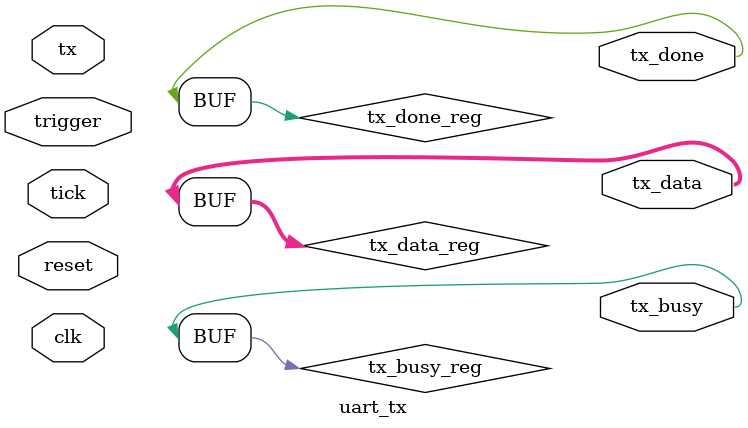
<source format=v>
`timescale 1ns / 1ps

module uart(
    input clk,
    input reset,
    input rx,
    output rx_done,
    output rx_data
    /*
    output tx,
    output tx_done,
    output [7:0]tx_data,
    output tx_busy*/
);

    wire w_tick;
    //,rx_done;

    clk_baud u_clk_baud(
    .clk(clk),
    .reset(reset),
    .tick(w_tick)
);

    uart_short uart_short(
    .clk(clk),
    .reset(reset),
    .rx(rx),
    .tick(w_tick),
    .rx_done(rx_done),
    .rx_data(rx_data)
);


/*
    uart_tx u_uart_tx(
        .clk(clk),
        .reset(reset),
        .tick(wtick),
        .tx(tx),
        .trigger(rx_done), // connect with rx_done
        .tx_done(tx_done),  //connect witch pc
        .tx_data(tx_data),
        .tx_busy(tx_busy)
    );
*/

endmodule

module clk_baud (
    input clk,
    input reset,
    output reg tick
);
    localparam BAUD_COUNT = (100_000_000)/9600/16;
    reg [$clog2(BAUD_COUNT)-1:0] div_counter;

    always @(posedge clk, posedge reset) begin
        if (reset) begin
            div_counter <= 0;
            tick <= 1'b0;
        end else begin
                if (div_counter == BAUD_COUNT - 1) begin
                    div_counter <= 0;
                    tick <= 1'b1;
                end else begin
                    div_counter <= div_counter + 1;
                    tick <= 1'b0;
                end
            end
        end
endmodule


module uart_short (
    input clk,
    input reset,
    input tick,
    input rx,
    output rx_done,
    output [7:0] rx_data
);
    
    localparam IDLE = 0, START = 1, DATA = 2, STOP = 3;
    reg [1:0] state, next;
    reg rx_done_reg, rx_done_next;
    reg [2:0] bit_count_reg, bit_count_next;
    reg [5:0] tick_count_reg, tick_count_next; 
    reg [7:0] rx_data_reg, rx_data_next;

    assign rx_done = rx_done_reg;
    assign rx_data = rx_data_reg;

    always @(posedge clk, posedge reset) begin
        if (reset) begin
            state <= 0;
            rx_done_reg <= 0;
            bit_count_reg <= 0;
            tick_count_reg <= 0;
            rx_data_reg <= 0;
        end
        else begin
            state <= next;
            rx_done_reg <= rx_done_next;
            bit_count_reg <= bit_count_next;
            tick_count_reg <= tick_count_next;
            rx_data_reg <= rx_data_next;
        end
    end

    always @(*) begin
        next = state;
        rx_done_next = rx_done_reg;
        bit_count_next = bit_count_reg;
        tick_count_next = tick_count_reg;
        rx_data_next = rx_data_reg;
        case (state)
            IDLE: begin
                tick_count_next = 0;
                bit_count_next = 0;
                rx_done_next = 1'b0;
                if (rx == 0) begin
                    next = START;
                end
            end  
            START: begin
                if(tick) begin
                    if(tick_count_reg == 7) begin
                        next = DATA;
                        tick_count_next = 0;
                    end
                    else begin
                        tick_count_next = tick_count_reg + 1;
                    end
                end            
            end  
            DATA: begin
                if (tick) begin
                    rx_data_next[bit_count_reg] = rx;
                    if(tick_count_reg == 15) begin
                        tick_count_next = 0;
                        if (bit_count_reg == 7) begin
                            bit_count_next = 0;
                            next = STOP;
                        end
                        else begin
                            next = DATA;
                            bit_count_next = bit_count_reg + 1;
                        end
                    end
                    else begin
                        tick_count_next = tick_count_reg + 1;
                    end
                end
            end  
            STOP: begin
                if(tick) begin
                    if (tick_count_reg == 23) begin
                        rx_done_next = 1'b1;
                        next = IDLE;
                    end
                    else begin
                        tick_count_next = tick_count_reg + 1;
                    end
                end
            end  
        endcase
    end

endmodule

module uart_tx(
        input clk,
        input reset,
        input tick,
        input tx,
        input trigger, // connect with rx_done
        output tx_done,  //connect witch pc
        output [7:0] tx_data,
        output tx_busy
    );

    localparam IDLE = 0, START = 1, DATA = 2, STOP = 3;
    reg [1:0] state, next;
    reg tx_done_reg, tx_done_next;
    reg [2:0] bit_count_reg, bit_count_next;
    reg [5:0] tick_count_reg, tick_count_next; 
    reg [7:0] tx_data_reg, tx_data_next;
    reg tx_busy_reg, tx_busy_next;

    assign tx_done = tx_done_reg;
    assign tx_data = tx_data_reg;
    assign tx_busy = tx_busy_reg;

    always@(*) begin
        next = state;
        tx_done_next = tx_done_reg;
        bit_count_next = bit_count_reg;
        tick_count_next = tick_count_reg;
        tx_data_next = tx_data_reg;
        tx_busy_next = tx_busy_reg;
        case(state)
            IDLE : begin
                tx_busy_next = 0;
                tick_count_next = 0;
                bit_count_next = 0;
                tx_done_next = 1'b0;
                if (trigger) begin
                    next = START;
                end
            end  
            START : begin
                tx_busy_next = 1'b1;
                if(tick) begin
                    if(tick_count_reg == 7) begin
                        next = DATA;
                        tick_count_next = 0;
                    end
                    else begin
                        tick_count_next = tick_count_reg + 1;
                    end
                end            
            end  
            DATA :  begin
                tx_data_next[bit_count_reg] = tx;
                if (tick) begin
                    if(tick_count_reg == 15) begin
                        tick_count_next = 0;
                        if (bit_count_reg == 7) begin
                            next = STOP;
                        end
                        else begin
                            next = DATA;
                            bit_count_next = bit_count_reg + 1;
                        end
                    end
                    else begin
                        tick_count_next = tick_count_reg + 1;
                    end
                end
            end  
            STOP : begin
                if(tick) begin
                    if (tick_count_reg == 15) begin
                        tx_done_next = 1'b1;
                        next = IDLE;
                    end
                    else begin
                        tick_count_next = tick_count_reg + 1;
                    end
                end
            end  
        endcase
    end
endmodule
</source>
